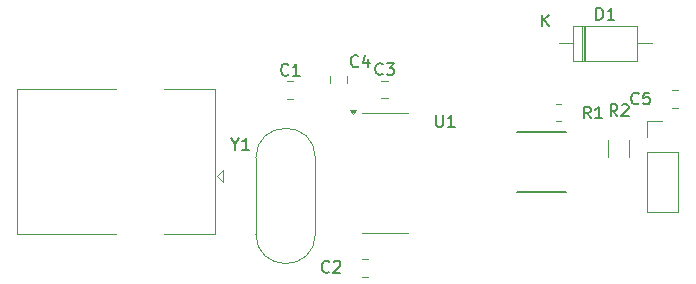
<source format=gto>
G04 #@! TF.GenerationSoftware,KiCad,Pcbnew,8.0.6*
G04 #@! TF.CreationDate,2025-01-14T12:10:58-05:00*
G04 #@! TF.ProjectId,usb_lin,7573625f-6c69-46e2-9e6b-696361645f70,rev?*
G04 #@! TF.SameCoordinates,Original*
G04 #@! TF.FileFunction,Legend,Top*
G04 #@! TF.FilePolarity,Positive*
%FSLAX46Y46*%
G04 Gerber Fmt 4.6, Leading zero omitted, Abs format (unit mm)*
G04 Created by KiCad (PCBNEW 8.0.6) date 2025-01-14 12:10:58*
%MOMM*%
%LPD*%
G01*
G04 APERTURE LIST*
%ADD10C,0.150000*%
%ADD11C,0.120000*%
%ADD12C,0.152400*%
G04 APERTURE END LIST*
D10*
X153333333Y-97279580D02*
X153285714Y-97327200D01*
X153285714Y-97327200D02*
X153142857Y-97374819D01*
X153142857Y-97374819D02*
X153047619Y-97374819D01*
X153047619Y-97374819D02*
X152904762Y-97327200D01*
X152904762Y-97327200D02*
X152809524Y-97231961D01*
X152809524Y-97231961D02*
X152761905Y-97136723D01*
X152761905Y-97136723D02*
X152714286Y-96946247D01*
X152714286Y-96946247D02*
X152714286Y-96803390D01*
X152714286Y-96803390D02*
X152761905Y-96612914D01*
X152761905Y-96612914D02*
X152809524Y-96517676D01*
X152809524Y-96517676D02*
X152904762Y-96422438D01*
X152904762Y-96422438D02*
X153047619Y-96374819D01*
X153047619Y-96374819D02*
X153142857Y-96374819D01*
X153142857Y-96374819D02*
X153285714Y-96422438D01*
X153285714Y-96422438D02*
X153333333Y-96470057D01*
X154285714Y-97374819D02*
X153714286Y-97374819D01*
X154000000Y-97374819D02*
X154000000Y-96374819D01*
X154000000Y-96374819D02*
X153904762Y-96517676D01*
X153904762Y-96517676D02*
X153809524Y-96612914D01*
X153809524Y-96612914D02*
X153714286Y-96660533D01*
X156783333Y-113959580D02*
X156735714Y-114007200D01*
X156735714Y-114007200D02*
X156592857Y-114054819D01*
X156592857Y-114054819D02*
X156497619Y-114054819D01*
X156497619Y-114054819D02*
X156354762Y-114007200D01*
X156354762Y-114007200D02*
X156259524Y-113911961D01*
X156259524Y-113911961D02*
X156211905Y-113816723D01*
X156211905Y-113816723D02*
X156164286Y-113626247D01*
X156164286Y-113626247D02*
X156164286Y-113483390D01*
X156164286Y-113483390D02*
X156211905Y-113292914D01*
X156211905Y-113292914D02*
X156259524Y-113197676D01*
X156259524Y-113197676D02*
X156354762Y-113102438D01*
X156354762Y-113102438D02*
X156497619Y-113054819D01*
X156497619Y-113054819D02*
X156592857Y-113054819D01*
X156592857Y-113054819D02*
X156735714Y-113102438D01*
X156735714Y-113102438D02*
X156783333Y-113150057D01*
X157164286Y-113150057D02*
X157211905Y-113102438D01*
X157211905Y-113102438D02*
X157307143Y-113054819D01*
X157307143Y-113054819D02*
X157545238Y-113054819D01*
X157545238Y-113054819D02*
X157640476Y-113102438D01*
X157640476Y-113102438D02*
X157688095Y-113150057D01*
X157688095Y-113150057D02*
X157735714Y-113245295D01*
X157735714Y-113245295D02*
X157735714Y-113340533D01*
X157735714Y-113340533D02*
X157688095Y-113483390D01*
X157688095Y-113483390D02*
X157116667Y-114054819D01*
X157116667Y-114054819D02*
X157735714Y-114054819D01*
X161308333Y-97229580D02*
X161260714Y-97277200D01*
X161260714Y-97277200D02*
X161117857Y-97324819D01*
X161117857Y-97324819D02*
X161022619Y-97324819D01*
X161022619Y-97324819D02*
X160879762Y-97277200D01*
X160879762Y-97277200D02*
X160784524Y-97181961D01*
X160784524Y-97181961D02*
X160736905Y-97086723D01*
X160736905Y-97086723D02*
X160689286Y-96896247D01*
X160689286Y-96896247D02*
X160689286Y-96753390D01*
X160689286Y-96753390D02*
X160736905Y-96562914D01*
X160736905Y-96562914D02*
X160784524Y-96467676D01*
X160784524Y-96467676D02*
X160879762Y-96372438D01*
X160879762Y-96372438D02*
X161022619Y-96324819D01*
X161022619Y-96324819D02*
X161117857Y-96324819D01*
X161117857Y-96324819D02*
X161260714Y-96372438D01*
X161260714Y-96372438D02*
X161308333Y-96420057D01*
X161641667Y-96324819D02*
X162260714Y-96324819D01*
X162260714Y-96324819D02*
X161927381Y-96705771D01*
X161927381Y-96705771D02*
X162070238Y-96705771D01*
X162070238Y-96705771D02*
X162165476Y-96753390D01*
X162165476Y-96753390D02*
X162213095Y-96801009D01*
X162213095Y-96801009D02*
X162260714Y-96896247D01*
X162260714Y-96896247D02*
X162260714Y-97134342D01*
X162260714Y-97134342D02*
X162213095Y-97229580D01*
X162213095Y-97229580D02*
X162165476Y-97277200D01*
X162165476Y-97277200D02*
X162070238Y-97324819D01*
X162070238Y-97324819D02*
X161784524Y-97324819D01*
X161784524Y-97324819D02*
X161689286Y-97277200D01*
X161689286Y-97277200D02*
X161641667Y-97229580D01*
X159233333Y-96559580D02*
X159185714Y-96607200D01*
X159185714Y-96607200D02*
X159042857Y-96654819D01*
X159042857Y-96654819D02*
X158947619Y-96654819D01*
X158947619Y-96654819D02*
X158804762Y-96607200D01*
X158804762Y-96607200D02*
X158709524Y-96511961D01*
X158709524Y-96511961D02*
X158661905Y-96416723D01*
X158661905Y-96416723D02*
X158614286Y-96226247D01*
X158614286Y-96226247D02*
X158614286Y-96083390D01*
X158614286Y-96083390D02*
X158661905Y-95892914D01*
X158661905Y-95892914D02*
X158709524Y-95797676D01*
X158709524Y-95797676D02*
X158804762Y-95702438D01*
X158804762Y-95702438D02*
X158947619Y-95654819D01*
X158947619Y-95654819D02*
X159042857Y-95654819D01*
X159042857Y-95654819D02*
X159185714Y-95702438D01*
X159185714Y-95702438D02*
X159233333Y-95750057D01*
X160090476Y-95988152D02*
X160090476Y-96654819D01*
X159852381Y-95607200D02*
X159614286Y-96321485D01*
X159614286Y-96321485D02*
X160233333Y-96321485D01*
X165838095Y-100704819D02*
X165838095Y-101514342D01*
X165838095Y-101514342D02*
X165885714Y-101609580D01*
X165885714Y-101609580D02*
X165933333Y-101657200D01*
X165933333Y-101657200D02*
X166028571Y-101704819D01*
X166028571Y-101704819D02*
X166219047Y-101704819D01*
X166219047Y-101704819D02*
X166314285Y-101657200D01*
X166314285Y-101657200D02*
X166361904Y-101609580D01*
X166361904Y-101609580D02*
X166409523Y-101514342D01*
X166409523Y-101514342D02*
X166409523Y-100704819D01*
X167409523Y-101704819D02*
X166838095Y-101704819D01*
X167123809Y-101704819D02*
X167123809Y-100704819D01*
X167123809Y-100704819D02*
X167028571Y-100847676D01*
X167028571Y-100847676D02*
X166933333Y-100942914D01*
X166933333Y-100942914D02*
X166838095Y-100990533D01*
X148823809Y-103178628D02*
X148823809Y-103654819D01*
X148490476Y-102654819D02*
X148823809Y-103178628D01*
X148823809Y-103178628D02*
X149157142Y-102654819D01*
X150014285Y-103654819D02*
X149442857Y-103654819D01*
X149728571Y-103654819D02*
X149728571Y-102654819D01*
X149728571Y-102654819D02*
X149633333Y-102797676D01*
X149633333Y-102797676D02*
X149538095Y-102892914D01*
X149538095Y-102892914D02*
X149442857Y-102940533D01*
X181183333Y-100804819D02*
X180850000Y-100328628D01*
X180611905Y-100804819D02*
X180611905Y-99804819D01*
X180611905Y-99804819D02*
X180992857Y-99804819D01*
X180992857Y-99804819D02*
X181088095Y-99852438D01*
X181088095Y-99852438D02*
X181135714Y-99900057D01*
X181135714Y-99900057D02*
X181183333Y-99995295D01*
X181183333Y-99995295D02*
X181183333Y-100138152D01*
X181183333Y-100138152D02*
X181135714Y-100233390D01*
X181135714Y-100233390D02*
X181088095Y-100281009D01*
X181088095Y-100281009D02*
X180992857Y-100328628D01*
X180992857Y-100328628D02*
X180611905Y-100328628D01*
X181564286Y-99900057D02*
X181611905Y-99852438D01*
X181611905Y-99852438D02*
X181707143Y-99804819D01*
X181707143Y-99804819D02*
X181945238Y-99804819D01*
X181945238Y-99804819D02*
X182040476Y-99852438D01*
X182040476Y-99852438D02*
X182088095Y-99900057D01*
X182088095Y-99900057D02*
X182135714Y-99995295D01*
X182135714Y-99995295D02*
X182135714Y-100090533D01*
X182135714Y-100090533D02*
X182088095Y-100233390D01*
X182088095Y-100233390D02*
X181516667Y-100804819D01*
X181516667Y-100804819D02*
X182135714Y-100804819D01*
X179411905Y-92634819D02*
X179411905Y-91634819D01*
X179411905Y-91634819D02*
X179650000Y-91634819D01*
X179650000Y-91634819D02*
X179792857Y-91682438D01*
X179792857Y-91682438D02*
X179888095Y-91777676D01*
X179888095Y-91777676D02*
X179935714Y-91872914D01*
X179935714Y-91872914D02*
X179983333Y-92063390D01*
X179983333Y-92063390D02*
X179983333Y-92206247D01*
X179983333Y-92206247D02*
X179935714Y-92396723D01*
X179935714Y-92396723D02*
X179888095Y-92491961D01*
X179888095Y-92491961D02*
X179792857Y-92587200D01*
X179792857Y-92587200D02*
X179650000Y-92634819D01*
X179650000Y-92634819D02*
X179411905Y-92634819D01*
X180935714Y-92634819D02*
X180364286Y-92634819D01*
X180650000Y-92634819D02*
X180650000Y-91634819D01*
X180650000Y-91634819D02*
X180554762Y-91777676D01*
X180554762Y-91777676D02*
X180459524Y-91872914D01*
X180459524Y-91872914D02*
X180364286Y-91920533D01*
X174808095Y-93204819D02*
X174808095Y-92204819D01*
X175379523Y-93204819D02*
X174950952Y-92633390D01*
X175379523Y-92204819D02*
X174808095Y-92776247D01*
X182983333Y-99709580D02*
X182935714Y-99757200D01*
X182935714Y-99757200D02*
X182792857Y-99804819D01*
X182792857Y-99804819D02*
X182697619Y-99804819D01*
X182697619Y-99804819D02*
X182554762Y-99757200D01*
X182554762Y-99757200D02*
X182459524Y-99661961D01*
X182459524Y-99661961D02*
X182411905Y-99566723D01*
X182411905Y-99566723D02*
X182364286Y-99376247D01*
X182364286Y-99376247D02*
X182364286Y-99233390D01*
X182364286Y-99233390D02*
X182411905Y-99042914D01*
X182411905Y-99042914D02*
X182459524Y-98947676D01*
X182459524Y-98947676D02*
X182554762Y-98852438D01*
X182554762Y-98852438D02*
X182697619Y-98804819D01*
X182697619Y-98804819D02*
X182792857Y-98804819D01*
X182792857Y-98804819D02*
X182935714Y-98852438D01*
X182935714Y-98852438D02*
X182983333Y-98900057D01*
X183888095Y-98804819D02*
X183411905Y-98804819D01*
X183411905Y-98804819D02*
X183364286Y-99281009D01*
X183364286Y-99281009D02*
X183411905Y-99233390D01*
X183411905Y-99233390D02*
X183507143Y-99185771D01*
X183507143Y-99185771D02*
X183745238Y-99185771D01*
X183745238Y-99185771D02*
X183840476Y-99233390D01*
X183840476Y-99233390D02*
X183888095Y-99281009D01*
X183888095Y-99281009D02*
X183935714Y-99376247D01*
X183935714Y-99376247D02*
X183935714Y-99614342D01*
X183935714Y-99614342D02*
X183888095Y-99709580D01*
X183888095Y-99709580D02*
X183840476Y-99757200D01*
X183840476Y-99757200D02*
X183745238Y-99804819D01*
X183745238Y-99804819D02*
X183507143Y-99804819D01*
X183507143Y-99804819D02*
X183411905Y-99757200D01*
X183411905Y-99757200D02*
X183364286Y-99709580D01*
X178933333Y-101004819D02*
X178600000Y-100528628D01*
X178361905Y-101004819D02*
X178361905Y-100004819D01*
X178361905Y-100004819D02*
X178742857Y-100004819D01*
X178742857Y-100004819D02*
X178838095Y-100052438D01*
X178838095Y-100052438D02*
X178885714Y-100100057D01*
X178885714Y-100100057D02*
X178933333Y-100195295D01*
X178933333Y-100195295D02*
X178933333Y-100338152D01*
X178933333Y-100338152D02*
X178885714Y-100433390D01*
X178885714Y-100433390D02*
X178838095Y-100481009D01*
X178838095Y-100481009D02*
X178742857Y-100528628D01*
X178742857Y-100528628D02*
X178361905Y-100528628D01*
X179885714Y-101004819D02*
X179314286Y-101004819D01*
X179600000Y-101004819D02*
X179600000Y-100004819D01*
X179600000Y-100004819D02*
X179504762Y-100147676D01*
X179504762Y-100147676D02*
X179409524Y-100242914D01*
X179409524Y-100242914D02*
X179314286Y-100290533D01*
D11*
X153238748Y-97865000D02*
X153761252Y-97865000D01*
X153238748Y-99335000D02*
X153761252Y-99335000D01*
X159538748Y-112915000D02*
X160061252Y-112915000D01*
X159538748Y-114385000D02*
X160061252Y-114385000D01*
X161213748Y-97815000D02*
X161736252Y-97815000D01*
X161213748Y-99285000D02*
X161736252Y-99285000D01*
X156865000Y-97961252D02*
X156865000Y-97438748D01*
X158335000Y-97961252D02*
X158335000Y-97438748D01*
X130380000Y-98490000D02*
X138740000Y-98490000D01*
X130380000Y-110810000D02*
X130380000Y-98490000D01*
X138740000Y-110810000D02*
X130380000Y-110810000D01*
X142840000Y-110810000D02*
X147100000Y-110810000D01*
X147100000Y-98490000D02*
X142840000Y-98490000D01*
X147100000Y-110810000D02*
X147100000Y-98490000D01*
X147320000Y-105900000D02*
X147820000Y-106400000D01*
X147820000Y-105400000D02*
X147320000Y-105900000D01*
X147820000Y-106400000D02*
X147820000Y-105400000D01*
X161500000Y-100540000D02*
X159550000Y-100540000D01*
X161500000Y-100540000D02*
X163450000Y-100540000D01*
X161500000Y-110660000D02*
X159550000Y-110660000D01*
X161500000Y-110660000D02*
X163450000Y-110660000D01*
X158800000Y-100595000D02*
X158560000Y-100265000D01*
X159040000Y-100265000D01*
X158800000Y-100595000D01*
G36*
X158800000Y-100595000D02*
G01*
X158560000Y-100265000D01*
X159040000Y-100265000D01*
X158800000Y-100595000D01*
G37*
X150575000Y-110760000D02*
X150575000Y-104360000D01*
X155625000Y-110760000D02*
X155625000Y-104360000D01*
X150575000Y-104360000D02*
G75*
G02*
X155625000Y-104360000I2525000J0D01*
G01*
X155625000Y-110760000D02*
G75*
G02*
X150575000Y-110760000I-2525000J0D01*
G01*
X180390000Y-102822936D02*
X180390000Y-104277064D01*
X182210000Y-102822936D02*
X182210000Y-104277064D01*
D12*
X172681000Y-107263100D02*
X176846600Y-107263100D01*
X176846600Y-102106900D02*
X172681000Y-102106900D01*
D11*
X183670000Y-101220000D02*
X185000000Y-101220000D01*
X183670000Y-102550000D02*
X183670000Y-101220000D01*
X183670000Y-103820000D02*
X183670000Y-108960000D01*
X183670000Y-103820000D02*
X186330000Y-103820000D01*
X183670000Y-108960000D02*
X186330000Y-108960000D01*
X186330000Y-103820000D02*
X186330000Y-108960000D01*
X176210000Y-94650000D02*
X177430000Y-94650000D01*
X177430000Y-93180000D02*
X177430000Y-96120000D01*
X177430000Y-96120000D02*
X182870000Y-96120000D01*
X178210000Y-93180000D02*
X178210000Y-96120000D01*
X178330000Y-93180000D02*
X178330000Y-96120000D01*
X178450000Y-93180000D02*
X178450000Y-96120000D01*
X182870000Y-93180000D02*
X177430000Y-93180000D01*
X182870000Y-96120000D02*
X182870000Y-93180000D01*
X184090000Y-94650000D02*
X182870000Y-94650000D01*
X185838748Y-98615000D02*
X186361252Y-98615000D01*
X185838748Y-100085000D02*
X186361252Y-100085000D01*
X176427064Y-99765000D02*
X175972936Y-99765000D01*
X176427064Y-101235000D02*
X175972936Y-101235000D01*
M02*

</source>
